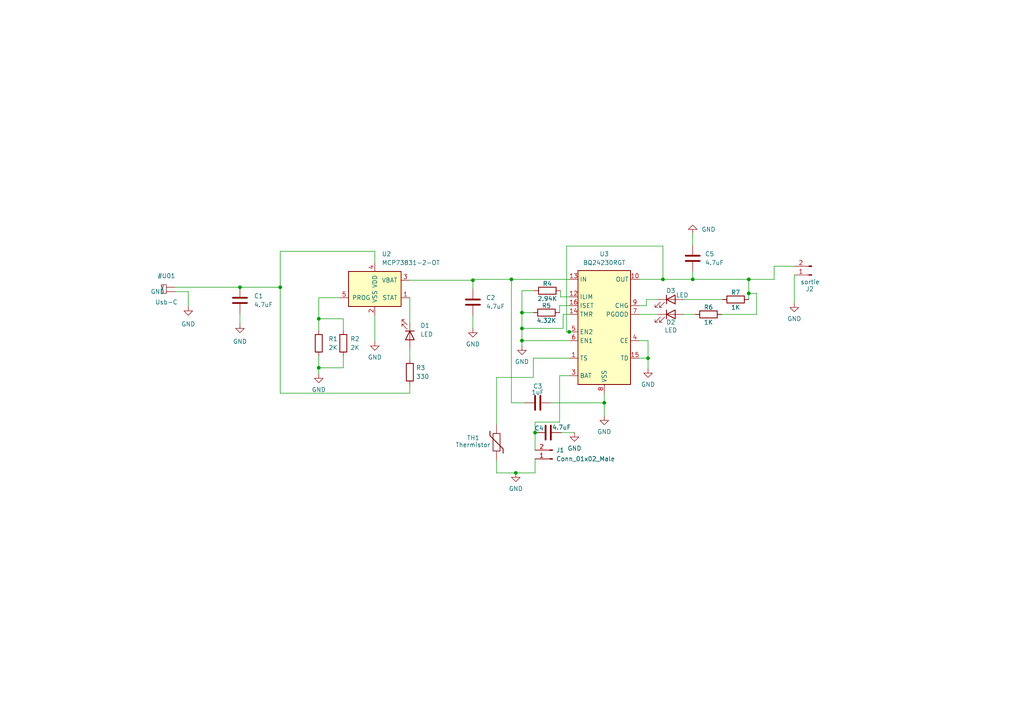
<source format=kicad_sch>
(kicad_sch (version 20211123) (generator eeschema)
  (paper "A4")
  (lib_symbols
    (symbol "Battery_Management:MCP73831-2-OT" (pin_names (offset 1.016))
      (property "Reference" "U" (at -7.62 6.35 0))
      (property "Value" "MCP73831-2-OT" (at 1.27 6.35 0))
      (symbol "MCP73831-2-OT_0_1"
        (rectangle (start -7.62 5.08) (end 7.62 -5.08) (stroke (width 0.254)) (fill (type background)))
      )
      (symbol "MCP73831-2-OT_1_1"
        (pin output line (at 10.16 -2.54 180) (length 2.54) (name "STAT") (number "1"))
        (pin power_in line (at 0 -7.62 90) (length 2.54) (name "VSS") (number "2"))
        (pin power_out line (at 10.16 2.54 180) (length 2.54) (name "VBAT") (number "3"))
        (pin power_in line (at 0 7.62 270) (length 2.54) (name "VDD") (number "4"))
        (pin input line (at -10.16 -2.54 0) (length 2.54) (name "PROG") (number "5"))
      )
    )
    (symbol "Connector:Conn_01x02_Male" (pin_names (offset 1.016) hide)
      (property "Reference" "J" (at 0 2.54 0))
      (property "Value" "Conn_01x02_Male" (at 0 -5.08 0))
      (symbol "Conn_01x02_Male_1_1"
        (polyline (pts (xy 1.27 -2.54) (xy 0.8636 -2.54)) (stroke (width 0.1524)))
        (polyline (pts (xy 1.27 0) (xy 0.8636 0)) (stroke (width 0.1524)))
        (rectangle (start 0.8636 -2.413) (end 0 -2.667) (stroke (width 0.1524)) (fill (type outline)))
        (rectangle (start 0.8636 0.127) (end 0 -0.127) (stroke (width 0.1524)) (fill (type outline)))
        (pin passive line (at 5.08 0 180) (length 3.81) (name "Pin_1") (number "1"))
        (pin passive line (at 5.08 -2.54 180) (length 3.81) (name "Pin_2") (number "2"))
      )
    )
    (symbol "Device:C" (pin_numbers hide) (pin_names (offset 0.254))
      (property "Reference" "C" (at 0.635 2.54 0))
      (property "Value" "C" (at 0.635 -2.54 0))
      (symbol "C_0_1"
        (polyline (pts (xy -2.032 -0.762) (xy 2.032 -0.762)) (stroke (width 0.508)))
        (polyline (pts (xy -2.032 0.762) (xy 2.032 0.762)) (stroke (width 0.508)))
      )
      (symbol "C_1_1"
        (pin passive line (at 0 3.81 270) (length 2.794) (name "~") (number "1"))
        (pin passive line (at 0 -3.81 90) (length 2.794) (name "~") (number "2"))
      )
    )
    (symbol "Device:LED" (pin_numbers hide) (pin_names (offset 1.016) hide)
      (property "Reference" "D" (at 0 2.54 0))
      (property "Value" "LED" (at 0 -2.54 0))
      (symbol "LED_0_1"
        (polyline (pts (xy -1.27 -1.27) (xy -1.27 1.27)) (stroke (width 0.254)))
        (polyline (pts (xy -1.27 0) (xy 1.27 0)))
        (polyline (pts (xy 1.27 -1.27) (xy 1.27 1.27) (xy -1.27 0) (xy 1.27 -1.27)) (stroke (width 0.254)))
        (polyline (pts (xy -3.048 -0.762) (xy -4.572 -2.286) (xy -3.81 -2.286) (xy -4.572 -2.286) (xy -4.572 -1.524)))
        (polyline (pts (xy -1.778 -0.762) (xy -3.302 -2.286) (xy -2.54 -2.286) (xy -3.302 -2.286) (xy -3.302 -1.524)))
      )
      (symbol "LED_1_1"
        (pin passive line (at -3.81 0 0) (length 2.54) (name "K") (number "1"))
        (pin passive line (at 3.81 0 180) (length 2.54) (name "A") (number "2"))
      )
    )
    (symbol "Device:R" (pin_numbers hide) (pin_names (offset 0))
      (property "Reference" "R" (at 2.032 0 90))
      (property "Value" "R" (at 0 0 90))
      (symbol "R_0_1"
        (rectangle (start -1.016 -2.54) (end 1.016 2.54) (stroke (width 0.254)))
      )
      (symbol "R_1_1"
        (pin passive line (at 0 3.81 270) (length 1.27) (name "~") (number "1"))
        (pin passive line (at 0 -3.81 90) (length 1.27) (name "~") (number "2"))
      )
    )
    (symbol "Device:Thermistor" (pin_numbers hide) (pin_names (offset 0))
      (property "Reference" "TH" (at 2.54 1.27 90))
      (property "Value" "Thermistor" (at -2.54 0 90))
      (symbol "Thermistor_0_1"
        (rectangle (start -1.016 2.54) (end 1.016 -2.54) (stroke (width 0.2032)))
        (polyline (pts (xy -1.905 3.175) (xy -1.905 1.905) (xy 1.905 -1.905) (xy 1.905 -3.175) (xy 1.905 -3.175)) (stroke (width 0.254)))
      )
      (symbol "Thermistor_1_1"
        (pin passive line (at 0 5.08 270) (length 2.54) (name "~") (number "1"))
        (pin passive line (at 0 -5.08 90) (length 2.54) (name "~") (number "2"))
      )
    )
    (symbol "Power_Management:BQ24230RGT"
      (property "Reference" "U" (at -8.89 19.05 0))
      (property "Value" "BQ24230RGT" (at 5.08 19.05 0))
      (symbol "BQ24230RGT_0_1"
        (rectangle (start -7.62 17.78) (end 7.62 -15.24) (stroke (width 0.254)) (fill (type background)))
      )
      (symbol "BQ24230RGT_1_1"
        (pin passive line (at -10.16 -7.62 0) (length 2.54) (name "TS") (number "1"))
        (pin power_out line (at 10.16 15.24 180) (length 2.54) (name "OUT") (number "10"))
        (pin passive line (at 10.16 15.24 180) (length 2.54) hide (name "OUT") (number "11"))
        (pin passive line (at -10.16 10.16 0) (length 2.54) (name "ILIM") (number "12"))
        (pin power_in line (at -10.16 15.24 0) (length 2.54) (name "IN") (number "13"))
        (pin passive line (at -10.16 5.08 0) (length 2.54) (name "TMR") (number "14"))
        (pin input line (at 10.16 -7.62 180) (length 2.54) (name "TD") (number "15"))
        (pin passive line (at -10.16 7.62 0) (length 2.54) (name "ISET") (number "16"))
        (pin passive line (at 0 -17.78 90) (length 2.54) hide (name "VSS") (number "17"))
        (pin bidirectional line (at -10.16 -12.7 0) (length 2.54) hide (name "BAT") (number "2"))
        (pin bidirectional line (at -10.16 -12.7 0) (length 2.54) (name "BAT") (number "3"))
        (pin input line (at 10.16 -2.54 180) (length 2.54) (name "CE") (number "4"))
        (pin input line (at -10.16 0 0) (length 2.54) (name "EN2") (number "5"))
        (pin input line (at -10.16 -2.54 0) (length 2.54) (name "EN1") (number "6"))
        (pin open_collector line (at 10.16 5.08 180) (length 2.54) (name "PGOOD") (number "7"))
        (pin power_in line (at 0 -17.78 90) (length 2.54) (name "VSS") (number "8"))
        (pin open_collector line (at 10.16 7.62 180) (length 2.54) (name "CHG") (number "9"))
      )
    )
    (symbol "Usb-C:Usb-C" (power) (in_bom no) (on_board no)
      (property "Reference" "U" (at 0 0 0))
      (property "Value" "Usb-C" (at 0 -5.08 0))
      (symbol "Usb-C_0_1"
        (rectangle (start -1.27 -1.27) (end 0 -3.81))
      )
      (symbol "Usb-C_1_1"
        (pin output line (at 2.54 -3.302 180) (length 2.54) (name "GND") (number ""))
        (pin output line (at 2.54 -2.032 180) (length 2.54) (name "V") (number ""))
      )
    )
    (symbol "power:GND" (power) (pin_names (offset 0))
      (property "Value" "GND" (at 0 -3.81 0))
      (symbol "GND_0_1"
        (polyline (pts (xy 0 0) (xy 0 -1.27) (xy 1.27 -1.27) (xy 0 -2.54) (xy -1.27 -1.27) (xy 0 -1.27)))
      )
      (symbol "GND_1_1"
        (pin power_in line (at 0 0 270) (length 0) hide (name "GND") (number "1"))
      )
    )
  )
  (junction (at 148.336 81.026))
  (junction (at 175.26 116.84))
  (junction (at 151.384 90.678))
  (junction (at 200.914 81.026))
  (junction (at 151.384 98.806))
  (junction (at 151.384 95.25))
  (junction (at 92.456 106.68))
  (junction (at 137.16 81.28))
  (junction (at 155.194 125.476))
  (junction (at 81.28 83.312))
  (junction (at 187.96 103.886))
  (junction (at 92.456 92.456))
  (junction (at 217.17 85.09))
  (junction (at 149.606 137.16))
  (junction (at 192.278 81.026))
  (junction (at 217.17 81.026))
  (junction (at 165.1 96.266))
  (junction (at 69.596 83.312))
  (wire (pts (xy 200.914 78.74) (xy 200.914 81.026)))
  (wire (pts (xy 165.1 88.646) (xy 162.306 88.646)))
  (wire (pts (xy 175.26 114.046) (xy 175.26 116.84)))
  (wire (pts (xy 154.94 84.328) (xy 151.384 84.328)))
  (wire (pts (xy 209.296 91.186) (xy 219.456 91.186)))
  (wire (pts (xy 151.384 90.678) (xy 154.686 90.678)))
  (wire (pts (xy 192.278 71.374) (xy 192.278 81.026)))
  (wire (pts (xy 224.536 77.216) (xy 230.378 77.216)))
  (wire (pts (xy 108.712 91.44) (xy 108.712 99.06)))
  (wire (pts (xy 164.338 96.266) (xy 164.338 71.374)))
  (wire (pts (xy 69.596 90.932) (xy 69.596 93.98)))
  (wire (pts (xy 162.306 88.646) (xy 162.306 90.678)))
  (wire (pts (xy 81.28 114.046) (xy 118.872 114.046)))
  (wire (pts (xy 185.42 98.806) (xy 187.96 98.806)))
  (wire (pts (xy 217.17 81.026) (xy 217.17 85.09)))
  (wire (pts (xy 185.42 81.026) (xy 192.278 81.026)))
  (wire (pts (xy 118.872 114.046) (xy 118.872 111.76)))
  (wire (pts (xy 81.28 83.312) (xy 81.28 72.898)))
  (wire (pts (xy 185.42 103.886) (xy 187.96 103.886)))
  (wire (pts (xy 155.194 133.096) (xy 155.194 137.16)))
  (wire (pts (xy 137.16 81.026) (xy 137.16 81.28)))
  (wire (pts (xy 92.456 106.68) (xy 92.456 108.458)))
  (wire (pts (xy 165.1 96.266) (xy 164.338 96.266)))
  (wire (pts (xy 185.42 88.646) (xy 187.452 88.646)))
  (wire (pts (xy 148.336 81.026) (xy 137.16 81.026)))
  (wire (pts (xy 200.914 81.026) (xy 217.17 81.026)))
  (wire (pts (xy 149.606 137.16) (xy 155.194 137.16)))
  (wire (pts (xy 165.1 91.186) (xy 163.322 91.186)))
  (wire (pts (xy 99.568 92.456) (xy 99.568 95.758)))
  (wire (pts (xy 118.872 86.36) (xy 118.872 93.472)))
  (wire (pts (xy 144.018 137.16) (xy 149.606 137.16)))
  (wire (pts (xy 162.56 86.106) (xy 162.56 84.328)))
  (wire (pts (xy 92.456 92.456) (xy 99.568 92.456)))
  (wire (pts (xy 163.322 91.186) (xy 163.322 95.25)))
  (wire (pts (xy 219.456 91.186) (xy 219.456 85.09)))
  (wire (pts (xy 81.28 72.898) (xy 108.712 72.898)))
  (wire (pts (xy 98.552 86.36) (xy 92.456 86.36)))
  (wire (pts (xy 144.018 109.474) (xy 144.018 123.19)))
  (wire (pts (xy 219.456 85.09) (xy 217.17 85.09)))
  (wire (pts (xy 137.16 81.28) (xy 137.16 83.82)))
  (wire (pts (xy 99.568 103.378) (xy 99.568 106.68)))
  (wire (pts (xy 151.384 90.678) (xy 151.384 95.25)))
  (wire (pts (xy 99.568 106.68) (xy 92.456 106.68)))
  (wire (pts (xy 192.278 81.026) (xy 200.914 81.026)))
  (wire (pts (xy 154.686 109.474) (xy 144.018 109.474)))
  (wire (pts (xy 54.61 84.582) (xy 54.61 88.9)))
  (wire (pts (xy 165.1 98.806) (xy 151.384 98.806)))
  (wire (pts (xy 152.146 116.84) (xy 148.336 116.84)))
  (wire (pts (xy 151.384 98.806) (xy 151.384 100.33)))
  (wire (pts (xy 200.914 67.818) (xy 200.914 71.12)))
  (wire (pts (xy 217.17 81.026) (xy 224.536 81.026)))
  (wire (pts (xy 187.96 103.886) (xy 187.96 106.934)))
  (wire (pts (xy 155.194 125.476) (xy 155.194 122.428)))
  (wire (pts (xy 118.872 101.092) (xy 118.872 104.14)))
  (wire (pts (xy 155.194 130.556) (xy 155.194 125.476)))
  (wire (pts (xy 151.384 84.328) (xy 151.384 90.678)))
  (wire (pts (xy 165.1 86.106) (xy 162.56 86.106)))
  (wire (pts (xy 217.17 85.09) (xy 217.17 86.868)))
  (wire (pts (xy 187.96 98.806) (xy 187.96 103.886)))
  (wire (pts (xy 81.28 83.312) (xy 81.28 114.046)))
  (wire (pts (xy 137.16 91.44) (xy 137.16 95.25)))
  (wire (pts (xy 175.26 116.84) (xy 175.26 120.65)))
  (wire (pts (xy 92.456 86.36) (xy 92.456 92.456)))
  (wire (pts (xy 148.336 116.84) (xy 148.336 81.026)))
  (wire (pts (xy 155.194 122.428) (xy 162.306 122.428)))
  (wire (pts (xy 230.378 79.756) (xy 230.378 87.884)))
  (wire (pts (xy 162.306 122.428) (xy 162.306 108.966)))
  (wire (pts (xy 187.452 88.646) (xy 187.452 86.868)))
  (wire (pts (xy 198.374 86.868) (xy 209.55 86.868)))
  (wire (pts (xy 162.306 108.966) (xy 165.1 108.966)))
  (wire (pts (xy 165.1 81.026) (xy 148.336 81.026)))
  (wire (pts (xy 118.872 81.28) (xy 137.16 81.28)))
  (wire (pts (xy 163.322 95.25) (xy 151.384 95.25)))
  (wire (pts (xy 185.42 91.186) (xy 190.754 91.186)))
  (wire (pts (xy 108.712 72.898) (xy 108.712 76.2)))
  (wire (pts (xy 224.536 81.026) (xy 224.536 77.216)))
  (wire (pts (xy 154.686 103.886) (xy 154.686 109.474)))
  (wire (pts (xy 187.452 86.868) (xy 190.754 86.868)))
  (wire (pts (xy 198.374 91.186) (xy 201.676 91.186)))
  (wire (pts (xy 50.8 83.312) (xy 69.596 83.312)))
  (wire (pts (xy 92.456 92.456) (xy 92.456 95.758)))
  (wire (pts (xy 50.8 84.582) (xy 54.61 84.582)))
  (wire (pts (xy 69.596 83.312) (xy 81.28 83.312)))
  (wire (pts (xy 151.384 95.25) (xy 151.384 98.806)))
  (wire (pts (xy 162.814 125.476) (xy 166.624 125.476)))
  (wire (pts (xy 144.018 133.35) (xy 144.018 137.16)))
  (wire (pts (xy 165.354 96.266) (xy 165.1 96.266)))
  (wire (pts (xy 164.338 71.374) (xy 192.278 71.374)))
  (wire (pts (xy 92.456 103.378) (xy 92.456 106.68)))
  (wire (pts (xy 159.766 116.84) (xy 175.26 116.84)))
  (wire (pts (xy 165.1 103.886) (xy 154.686 103.886)))
  (symbol (lib_id "Device:R") (at 92.456 99.568 0) (unit 1)
    (property "Reference" "R1" (at 95.25 98.2979 0) (effects (justify left)))
    (property "Value" "2K" (at 95.25 100.8379 0) (effects (justify left)))
    (property "Footprint" "Resistor_THT:R_Axial_DIN0207_L6.3mm_D2.5mm_P7.62mm_Horizontal" (effects hide))
  )
  (symbol (lib_id "power:GND") (at 149.606 137.16 0) (unit 1)
    (property "Reference" "#PWR0111" (effects hide))
    (property "Value" "GND" (at 149.606 141.732 0))
  )
  (symbol (lib_id "power:GND") (at 137.16 95.25 0) (unit 1)
    (property "Reference" "#PWR0105" (effects hide))
    (property "Value" "GND" (at 137.16 99.822 0))
  )
  (symbol (lib_id "power:GND") (at 200.914 67.818 180) (unit 1)
    (property "Reference" "#PWR0107" (effects hide))
    (property "Value" "GND" (at 203.454 66.5479 0) (effects (justify right)))
  )
  (symbol (lib_id "Device:C") (at 137.16 87.63 0) (unit 1)
    (property "Reference" "C2" (at 140.97 86.3599 0) (effects (justify left)))
    (property "Value" "4.7uF" (at 140.97 88.8999 0) (effects (justify left)))
    (property "Footprint" "Capacitor_THT:CP_Radial_D6.3mm_P2.50mm" (effects hide))
  )
  (symbol (lib_id "Device:C") (at 200.914 74.93 0) (unit 1)
    (property "Reference" "C5" (at 204.47 73.6599 0) (effects (justify left)))
    (property "Value" "4.7uF" (at 204.47 76.1999 0) (effects (justify left)))
    (property "Footprint" "Capacitor_THT:CP_Radial_D6.3mm_P2.50mm" (effects hide))
  )
  (symbol (lib_id "Device:R") (at 213.36 86.868 90) (unit 1)
    (property "Reference" "R7" (at 213.36 84.836 90))
    (property "Value" "1K" (at 213.36 89.154 90))
    (property "Footprint" "Resistor_THT:R_Axial_DIN0207_L6.3mm_D2.5mm_P7.62mm_Horizontal" (effects hide))
  )
  (symbol (lib_id "Device:C") (at 69.596 87.122 0) (unit 1)
    (property "Reference" "C1" (at 73.66 85.8519 0) (effects (justify left)))
    (property "Value" "4.7uF" (at 73.66 88.3919 0) (effects (justify left)))
    (property "Footprint" "Capacitor_THT:CP_Radial_D6.3mm_P2.50mm" (effects hide))
  )
  (symbol (lib_id "power:GND") (at 69.596 93.98 0) (unit 1)
    (property "Reference" "#PWR0103" (effects hide))
    (property "Value" "GND" (at 69.596 99.06 0))
  )
  (symbol (lib_id "power:GND") (at 166.624 125.476 0) (unit 1)
    (property "Reference" "#PWR0110" (effects hide))
    (property "Value" "GND" (at 166.624 130.048 0))
  )
  (symbol (lib_id "Device:LED") (at 194.564 86.868 0) (unit 1)
    (property "Reference" "D3" (at 194.564 84.328 0))
    (property "Value" "LED" (at 197.866 85.598 0))
    (property "Footprint" "LED_THT:LED_Rectangular_W5.0mm_H2.0mm" (effects hide))
  )
  (symbol (lib_id "Device:R") (at 205.486 91.186 90) (unit 1)
    (property "Reference" "R6" (at 205.486 89.154 90))
    (property "Value" "1K" (at 205.486 93.472 90))
    (property "Footprint" "Resistor_THT:R_Axial_DIN0207_L6.3mm_D2.5mm_P7.62mm_Horizontal" (effects hide))
  )
  (symbol (lib_id "Connector:Conn_01x02_Male") (at 235.458 79.756 180) (unit 1)
    (property "Reference" "J2" (at 233.68 83.82 0) (effects (justify right)))
    (property "Value" "sortie" (at 232.156 81.788 0) (effects (justify right)))
    (property "Footprint" "Connector_PinSocket_1.00mm:PinSocket_1x02_P1.00mm_Vertical" (effects hide))
  )
  (symbol (lib_id "Device:LED") (at 118.872 97.282 270) (unit 1)
    (property "Reference" "D1" (at 121.92 94.4244 90) (effects (justify left)))
    (property "Value" "LED" (at 121.92 96.9644 90) (effects (justify left)))
    (property "Footprint" "LED_THT:LED_Rectangular_W5.0mm_H2.0mm" (effects hide))
  )
  (symbol (lib_id "Device:C") (at 159.004 125.476 90) (unit 1)
    (property "Reference" "C4" (at 157.734 124.206 90) (effects (justify left)))
    (property "Value" "4.7uF" (at 165.608 123.952 90) (effects (justify left)))
    (property "Footprint" "Capacitor_THT:CP_Radial_D6.3mm_P2.50mm" (effects hide))
  )
  (symbol (lib_id "Connector:Conn_01x02_Male") (at 160.274 133.096 180) (unit 1)
    (property "Reference" "J1" (at 161.29 130.5559 0) (effects (justify right)))
    (property "Value" "Conn_01x02_Male" (at 161.29 133.0959 0) (effects (justify right)))
    (property "Footprint" "Connector_PinSocket_1.00mm:PinSocket_1x02_P1.00mm_Vertical" (effects hide))
  )
  (symbol (lib_id "Power_Management:BQ24230RGT") (at 175.26 96.266 0) (unit 1)
    (property "Reference" "U3" (at 175.26 73.66 0))
    (property "Value" "BQ24230RGT" (at 175.26 76.2 0))
    (property "Footprint" "Package_DFN_QFN:VQFN-16-1EP_3x3mm_P0.5mm_EP1.68x1.68mm_ThermalVias" (effects hide))
    (property "Datasheet" "http://www.ti.com/cn/lit/ds/symlink/bq24230.pdf" (effects hide))
  )
  (symbol (lib_id "Device:R") (at 99.568 99.568 0) (unit 1)
    (property "Reference" "R2" (at 101.6 98.2979 0) (effects (justify left)))
    (property "Value" "2K" (at 101.6 100.8379 0) (effects (justify left)))
    (property "Footprint" "Resistor_THT:R_Axial_DIN0207_L6.3mm_D2.5mm_P7.62mm_Horizontal" (effects hide))
  )
  (symbol (lib_id "power:GND") (at 108.712 99.06 0) (unit 1)
    (property "Reference" "#PWR0104" (effects hide))
    (property "Value" "GND" (at 108.712 103.632 0))
  )
  (symbol (lib_id "Device:R") (at 158.75 84.328 90) (unit 1)
    (property "Reference" "R4" (at 158.75 82.296 90))
    (property "Value" "2.94K" (at 158.75 86.614 90))
    (property "Footprint" "Resistor_THT:R_Axial_DIN0207_L6.3mm_D2.5mm_P7.62mm_Horizontal" (effects hide))
  )
  (symbol (lib_id "Device:R") (at 118.872 107.95 0) (unit 1)
    (property "Reference" "R3" (at 120.65 106.6799 0) (effects (justify left)))
    (property "Value" "330" (at 120.65 109.2199 0) (effects (justify left)))
    (property "Footprint" "Resistor_THT:R_Axial_DIN0207_L6.3mm_D2.5mm_P7.62mm_Horizontal" (effects hide))
  )
  (symbol (lib_id "power:GND") (at 151.384 100.33 0) (unit 1)
    (property "Reference" "#PWR0109" (effects hide))
    (property "Value" "GND" (at 151.384 104.902 0))
  )
  (symbol (lib_id "power:GND") (at 92.456 108.458 0) (unit 1)
    (property "Reference" "#PWR0101" (effects hide))
    (property "Value" "GND" (at 92.456 113.03 0))
  )
  (symbol (lib_id "Device:R") (at 158.496 90.678 90) (unit 1)
    (property "Reference" "R5" (at 158.496 88.646 90))
    (property "Value" "4.32K" (at 158.496 92.964 90))
    (property "Footprint" "Resistor_THT:R_Axial_DIN0207_L6.3mm_D2.5mm_P7.62mm_Horizontal" (effects hide))
  )
  (symbol (lib_id "power:GND") (at 175.26 120.65 0) (unit 1)
    (property "Reference" "#PWR0112" (effects hide))
    (property "Value" "GND" (at 175.26 125.222 0))
  )
  (symbol (lib_id "Usb-C:Usb-C") (at 48.26 81.28 0) (unit 1) (in_bom no) (on_board no)
    (property "Reference" "#U01" (at 48.26 80.01 0))
    (property "Value" "Usb-C" (at 48.26 87.63 0))
    (property "Footprint" "Connector_USB:USB_C_Receptacle_JAE_DX07S016JA1R1500" (effects hide))
  )
  (symbol (lib_id "Battery_Management:MCP73831-2-OT") (at 108.712 83.82 0) (unit 1)
    (property "Reference" "U2" (at 110.7314 73.66 0) (effects (justify left)))
    (property "Value" "MCP73831-2-OT" (at 110.7314 76.2 0) (effects (justify left)))
    (property "Footprint" "Package_TO_SOT_SMD:SOT-23-5" (effects hide))
    (property "Datasheet" "http://ww1.microchip.com/downloads/en/DeviceDoc/20001984g.pdf" (effects hide))
  )
  (symbol (lib_id "power:GND") (at 230.378 87.884 0) (unit 1)
    (property "Reference" "#PWR0108" (effects hide))
    (property "Value" "GND" (at 230.378 92.456 0))
  )
  (symbol (lib_id "Device:LED") (at 194.564 91.186 0) (unit 1)
    (property "Reference" "D2" (at 194.564 93.472 0))
    (property "Value" "LED" (at 194.564 95.758 0))
    (property "Footprint" "LED_THT:LED_Rectangular_W5.0mm_H2.0mm" (effects hide))
  )
  (symbol (lib_id "Device:C") (at 155.956 116.84 270) (unit 1)
    (property "Reference" "C3" (at 155.956 112.014 90))
    (property "Value" "1uF" (at 155.956 113.792 90))
    (property "Footprint" "Capacitor_THT:CP_Radial_D6.3mm_P2.50mm" (effects hide))
  )
  (symbol (lib_id "power:GND") (at 187.96 106.934 0) (unit 1)
    (property "Reference" "#PWR0106" (effects hide))
    (property "Value" "GND" (at 187.96 111.506 0))
  )
  (symbol (lib_id "Device:Thermistor") (at 144.018 128.27 0) (unit 1)
    (property "Reference" "TH1" (at 135.382 127 0) (effects (justify left)))
    (property "Value" "Thermistor" (at 132.08 129.032 0) (effects (justify left)))
    (property "Footprint" "Resistor_THT:R_Axial_DIN0207_L6.3mm_D2.5mm_P7.62mm_Horizontal" (effects hide))
  )
  (symbol (lib_id "power:GND") (at 54.61 88.9 0) (unit 1)
    (property "Reference" "#PWR0102" (effects hide))
    (property "Value" "GND" (at 54.61 93.98 0))
  )
)
</source>
